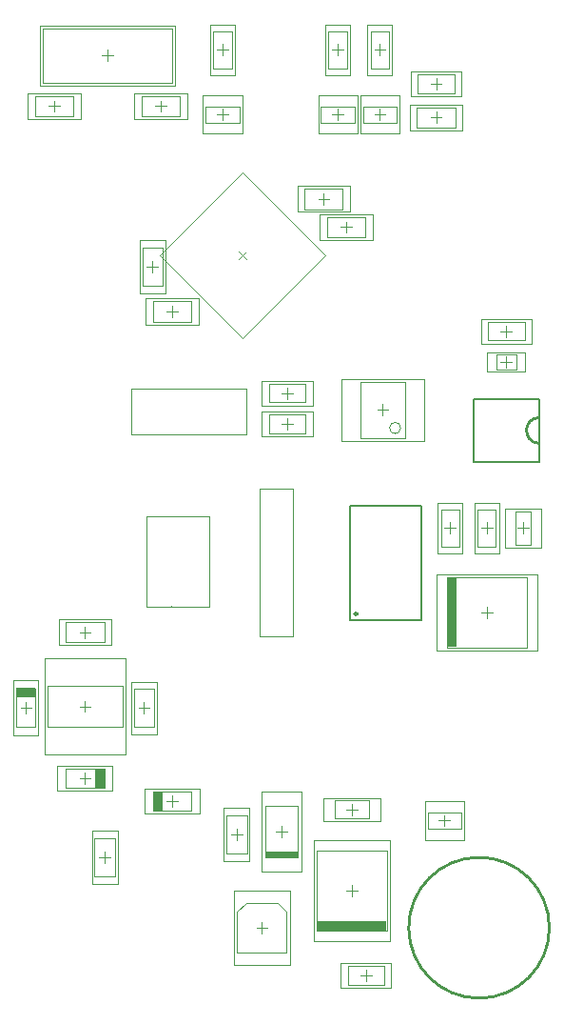
<source format=gm1>
G04*
G04 #@! TF.GenerationSoftware,Altium Limited,Altium Designer,21.3.2 (30)*
G04*
G04 Layer_Color=16711935*
%FSLAX25Y25*%
%MOIN*%
G70*
G04*
G04 #@! TF.SameCoordinates,3F51CCC3-8A4B-4D73-A1D2-239D5F55BC23*
G04*
G04*
G04 #@! TF.FilePolarity,Positive*
G04*
G01*
G75*
%ADD10C,0.01000*%
%ADD12C,0.00787*%
%ADD15C,0.00394*%
%ADD18R,0.03307X0.06692*%
%ADD19R,0.06692X0.03307*%
%ADD20R,0.03765X0.24488*%
%ADD21R,0.24488X0.03765*%
%ADD22R,0.11496X0.02436*%
%ADD23C,0.00197*%
D10*
X191282Y25589D02*
G03*
X191282Y25492I-24648J-97D01*
G01*
X123937Y135307D02*
G03*
X123937Y135307I-500J0D01*
G01*
X187593Y204036D02*
G03*
X187458Y195049I166J-4497D01*
G01*
D12*
X121437Y173307D02*
X146437D01*
Y133307D02*
Y173307D01*
X121437Y133307D02*
X146437D01*
X121437D02*
Y173307D01*
Y133307D02*
Y173307D01*
X164760Y188567D02*
Y210567D01*
Y188567D02*
X187760D01*
X164760Y210567D02*
X187760D01*
Y188567D02*
Y210567D01*
D15*
X44713Y198209D02*
X85213D01*
Y214209D01*
X44713D02*
X85213D01*
X44713Y198209D02*
Y214209D01*
X72008Y145630D02*
Y161484D01*
X50197Y169543D02*
X62008D01*
X50197Y137953D02*
Y169543D01*
X72008Y161484D02*
Y169543D01*
X58697D02*
X72102D01*
X58858Y137953D02*
Y138043D01*
X50197Y137953D02*
X72102D01*
X72008D02*
Y145630D01*
X89567Y127638D02*
Y179213D01*
X101378D01*
Y127638D02*
Y179213D01*
X89567Y127638D02*
X101378D01*
X82270Y262219D02*
X85053Y259435D01*
X82270Y259435D02*
X85053Y262219D01*
X54570Y260827D02*
X83661Y289918D01*
Y231735D02*
X112753Y260827D01*
X54570D02*
X83661Y231735D01*
Y289918D02*
X112753Y260827D01*
X139173Y200394D02*
G03*
X139173Y200394I-1969J0D01*
G01*
X105512Y284055D02*
X118898D01*
X105512Y276969D02*
X118898D01*
X105512D02*
Y284055D01*
X118898Y276969D02*
Y284055D01*
X59153Y321161D02*
Y340256D01*
X13681Y321161D02*
Y340256D01*
Y321161D02*
X59153D01*
X13681Y340256D02*
X59153D01*
X55709Y250197D02*
Y263583D01*
X48622Y250197D02*
Y263583D01*
X55709D01*
X48622Y250197D02*
X55709D01*
X96063Y34252D02*
X99213Y31102D01*
X81890Y16929D02*
X99213Y16732D01*
X81890Y31102D02*
X85039Y34252D01*
X96063D01*
X99213Y16732D02*
Y31102D01*
X81890Y16929D02*
Y31102D01*
X78150Y64764D02*
X85236D01*
X78150Y51378D02*
X85236D01*
Y64764D01*
X78150Y51378D02*
Y64764D01*
X52362Y66536D02*
X65807D01*
X52362Y73228D02*
X65807D01*
Y66536D02*
Y73228D01*
X52362Y66536D02*
Y73228D01*
X31890Y43504D02*
X38976D01*
X31890Y56890D02*
X38976D01*
X31890Y43504D02*
Y56890D01*
X38976Y43504D02*
Y56890D01*
X21791Y81102D02*
X35236D01*
X21791Y74410D02*
X35236D01*
X21791D02*
Y81102D01*
X35236Y74410D02*
Y81102D01*
X45669Y109055D02*
X52756D01*
X45669Y95669D02*
X52756D01*
Y109055D01*
X45669Y95669D02*
Y109055D01*
X4528Y95847D02*
Y109291D01*
X11220Y95847D02*
Y109291D01*
X4528Y95847D02*
X11220D01*
X4528Y109291D02*
X11220D01*
X35236Y125394D02*
Y132480D01*
X21850Y125394D02*
Y132480D01*
Y125394D02*
X35236D01*
X21850Y132480D02*
X35236D01*
X52362Y237598D02*
Y244685D01*
X65748Y237598D02*
Y244685D01*
X52362D02*
X65748D01*
X52362Y237598D02*
X65748D01*
X113386Y274213D02*
X126772D01*
X113386Y267126D02*
X126772D01*
X113386D02*
Y274213D01*
X126772Y267126D02*
Y274213D01*
X158268Y305512D02*
Y312598D01*
X144882Y305512D02*
Y312598D01*
Y305512D02*
X158268D01*
X144882Y312598D02*
X158268D01*
X48425Y316535D02*
X61811D01*
X48425Y309449D02*
X61811D01*
X48425D02*
Y316535D01*
X61811Y309449D02*
Y316535D01*
X11024Y309449D02*
Y316535D01*
X24409Y309449D02*
Y316535D01*
X11024D02*
X24409D01*
X11024Y309449D02*
X24409D01*
X183287Y123583D02*
Y148071D01*
X155295Y123583D02*
Y148071D01*
Y123583D02*
X183287D01*
X155295Y148071D02*
X183287D01*
X109803Y24390D02*
Y52382D01*
X134291Y24390D02*
Y52382D01*
X109803Y24390D02*
X134291D01*
X109803Y52382D02*
X134291D01*
X91693Y68110D02*
X103189D01*
X91693Y50000D02*
X103189D01*
Y68110D01*
X91693Y50000D02*
Y68110D01*
X172638Y220768D02*
Y226083D01*
X179724Y220768D02*
Y226083D01*
X172638D02*
X179724D01*
X172638Y220768D02*
X179724D01*
X115945Y63878D02*
Y69980D01*
X128150Y63878D02*
Y69980D01*
X115945D02*
X128150D01*
X115945Y63878D02*
X128150D01*
X125000Y216535D02*
X140748D01*
X125000Y196850D02*
X140748D01*
X125000D02*
Y216535D01*
X140748Y196850D02*
Y216535D01*
X179331Y159449D02*
X184843D01*
X179331Y171260D02*
X184843D01*
Y159449D02*
Y171260D01*
X179331Y159449D02*
Y171260D01*
X15354Y95669D02*
X41732D01*
X15354Y110236D02*
X41732D01*
X15354Y95669D02*
Y110236D01*
X41732Y95669D02*
Y110236D01*
X148622Y60236D02*
Y65748D01*
Y60236D02*
X160433D01*
X148622Y65748D02*
X160433D01*
Y60236D02*
Y65748D01*
X82677Y307283D02*
Y312795D01*
X70866D02*
X82677D01*
X70866Y307283D02*
X82677D01*
X70866D02*
Y312795D01*
X123031Y307283D02*
Y312795D01*
X111221D02*
X123031D01*
X111221Y307283D02*
X123031D01*
X111221D02*
Y312795D01*
X137795Y307283D02*
Y312795D01*
X125984D02*
X137795D01*
X125984Y307283D02*
X137795D01*
X125984D02*
Y312795D01*
X153248Y158957D02*
Y171752D01*
X159744Y158957D02*
Y171752D01*
X153248Y158957D02*
X159744D01*
X153248Y171752D02*
X159744D01*
X169783Y237500D02*
X182579D01*
X169783Y231004D02*
X182579D01*
X169783D02*
Y237500D01*
X182579Y231004D02*
Y237500D01*
X172539Y158957D02*
Y171752D01*
X166043Y158957D02*
Y171752D01*
X172539D01*
X166043Y158957D02*
X172539D01*
X120571Y12106D02*
X133366D01*
X120571Y5610D02*
X133366D01*
X120571D02*
Y12106D01*
X133366Y5610D02*
Y12106D01*
X145177Y324114D02*
X157972D01*
X145177Y317618D02*
X157972D01*
X145177D02*
Y324114D01*
X157972Y317618D02*
Y324114D01*
X80020Y326279D02*
Y339075D01*
X73524Y326279D02*
Y339075D01*
X80020D01*
X73524Y326279D02*
X80020D01*
X120374D02*
Y339075D01*
X113878Y326279D02*
Y339075D01*
X120374D01*
X113878Y326279D02*
X120374D01*
X135138D02*
Y339075D01*
X128642Y326279D02*
Y339075D01*
X135138D01*
X128642Y326279D02*
X135138D01*
X93012Y209350D02*
X105807D01*
X93012Y215846D02*
X105807D01*
Y209350D02*
Y215846D01*
X93012Y209350D02*
Y215846D01*
Y198524D02*
X105807D01*
X93012Y205020D02*
X105807D01*
Y198524D02*
Y205020D01*
X93012Y198524D02*
Y205020D01*
X112205Y278543D02*
Y282480D01*
X110236Y280512D02*
X114173D01*
X34449Y330709D02*
X38386D01*
X36417Y328740D02*
Y332677D01*
X50197Y256890D02*
X54134D01*
X52165Y254921D02*
Y258858D01*
X90551Y23622D02*
Y27559D01*
X88583Y25591D02*
X92520D01*
X81693Y56102D02*
Y60039D01*
X79724Y58071D02*
X83661D01*
X59055Y67913D02*
Y71850D01*
X57087Y69882D02*
X61024D01*
X35433Y48228D02*
Y52165D01*
X33465Y50197D02*
X37402D01*
X28543Y75787D02*
Y79724D01*
X26575Y77756D02*
X30512D01*
X49213Y100394D02*
Y104331D01*
X47244Y102362D02*
X51181D01*
X5906Y102598D02*
X9843D01*
X7874Y100630D02*
Y104567D01*
X26575Y128937D02*
X30512D01*
X28543Y126969D02*
Y130905D01*
X57087Y241142D02*
X61024D01*
X59055Y239173D02*
Y243110D01*
X120079Y268701D02*
Y272638D01*
X118110Y270669D02*
X122047D01*
X149606Y309055D02*
X153543D01*
X151575Y307087D02*
Y311024D01*
X55118D02*
Y314961D01*
X53150Y312992D02*
X57087D01*
X15748D02*
X19685D01*
X17717Y311024D02*
Y314961D01*
X167323Y135827D02*
X171260D01*
X169291Y133858D02*
Y137795D01*
X120079Y38386D02*
X124016D01*
X122047Y36417D02*
Y40354D01*
X97441Y57087D02*
Y61024D01*
X95472Y59055D02*
X99409D01*
X174213Y223425D02*
X178150D01*
X176181Y221457D02*
Y225394D01*
X120079Y66929D02*
X124016D01*
X122047Y64961D02*
Y68898D01*
X132874Y204724D02*
Y208661D01*
X130905Y206693D02*
X134843D01*
X182087Y163386D02*
Y167323D01*
X180118Y165354D02*
X184055D01*
X28543Y100984D02*
Y104921D01*
X26575Y102953D02*
X30512D01*
X154528Y61024D02*
Y64961D01*
X152559Y62992D02*
X156496D01*
X76772Y308071D02*
Y312008D01*
X74803Y310039D02*
X78740D01*
X117126Y308071D02*
Y312008D01*
X115157Y310039D02*
X119095D01*
X131890Y308071D02*
Y312008D01*
X129921Y310039D02*
X133858D01*
X154528Y165354D02*
X158465D01*
X156496Y163386D02*
Y167323D01*
X176181Y232283D02*
Y236221D01*
X174213Y234252D02*
X178150D01*
X167323Y165354D02*
X171260D01*
X169291Y163386D02*
Y167323D01*
X126969Y6890D02*
Y10827D01*
X125000Y8858D02*
X128937D01*
X151575Y318898D02*
Y322835D01*
X149606Y320866D02*
X153543D01*
X74803Y332677D02*
X78740D01*
X76772Y330709D02*
Y334646D01*
X115157Y332677D02*
X119095D01*
X117126Y330709D02*
Y334646D01*
X129921Y332677D02*
X133858D01*
X131890Y330709D02*
Y334646D01*
X99410Y210630D02*
Y214567D01*
X97441Y212598D02*
X101378D01*
X99410Y199803D02*
Y203740D01*
X97441Y201772D02*
X101378D01*
D18*
X53959Y69881D02*
D03*
X33640Y77755D02*
D03*
D19*
X7873Y107696D02*
D03*
D20*
X157178Y135827D02*
D03*
D21*
X122047Y26272D02*
D03*
D22*
X97443Y51219D02*
D03*
D23*
X102953Y285039D02*
X121457D01*
X102953Y275984D02*
X121457D01*
X102953D02*
Y285039D01*
X121457Y275984D02*
Y285039D01*
X60138Y320177D02*
Y341240D01*
X12697Y320177D02*
Y341240D01*
Y320177D02*
X60138D01*
X12697Y341240D02*
X60138D01*
X56693Y247638D02*
Y266142D01*
X47638Y247638D02*
Y266142D01*
X56693D01*
X47638Y247638D02*
X56693D01*
X80709Y38583D02*
X100394D01*
X80709Y12598D02*
X100394D01*
Y38583D01*
X80709Y12598D02*
Y38583D01*
X77165Y67323D02*
X86221D01*
X77165Y48819D02*
X86221D01*
Y67323D01*
X77165Y48819D02*
Y67323D01*
X49370Y65551D02*
Y74213D01*
Y65551D02*
X68740D01*
X49370Y74213D02*
X68740D01*
Y65551D02*
Y74213D01*
X30906Y40945D02*
X39961D01*
X30906Y59449D02*
X39961D01*
X30906Y40945D02*
Y59449D01*
X39961Y40945D02*
Y59449D01*
X38228Y73425D02*
Y82087D01*
X18858D02*
X38228D01*
X18858Y73425D02*
X38228D01*
X18858D02*
Y82087D01*
X44685Y111614D02*
X53740D01*
X44685Y93110D02*
X53740D01*
Y111614D01*
X44685Y93110D02*
Y111614D01*
X3543Y112284D02*
X12205D01*
X3543Y92913D02*
Y112284D01*
X12205Y92913D02*
Y112284D01*
X3543Y92913D02*
X12205D01*
X37795Y124409D02*
Y133465D01*
X19291Y124409D02*
Y133465D01*
Y124409D02*
X37795D01*
X19291Y133465D02*
X37795D01*
X49803Y236614D02*
Y245669D01*
X68307Y236614D02*
Y245669D01*
X49803D02*
X68307D01*
X49803Y236614D02*
X68307D01*
X110827Y275197D02*
X129331D01*
X110827Y266142D02*
X129331D01*
X110827D02*
Y275197D01*
X129331Y266142D02*
Y275197D01*
X160827Y304528D02*
Y313583D01*
X142323Y304528D02*
Y313583D01*
Y304528D02*
X160827D01*
X142323Y313583D02*
X160827D01*
X45866Y317520D02*
X64370D01*
X45866Y308465D02*
X64370D01*
X45866D02*
Y317520D01*
X64370Y308465D02*
Y317520D01*
X8465Y308465D02*
Y317520D01*
X26969Y308465D02*
Y317520D01*
X8465D02*
X26969D01*
X8465Y308465D02*
X26969D01*
X187008Y122441D02*
Y149213D01*
X151575Y122441D02*
Y149213D01*
Y122441D02*
X187008D01*
X151575Y149213D02*
X187008D01*
X108661Y20669D02*
Y56102D01*
X135433Y20669D02*
Y56102D01*
X108661Y20669D02*
X135433D01*
X108661Y56102D02*
X135433D01*
X90551Y73055D02*
X104331D01*
X90551Y45055D02*
X104331D01*
Y73055D01*
X90551Y45055D02*
Y73055D01*
X169488Y220079D02*
Y226772D01*
X182874Y220079D02*
Y226772D01*
X169488D02*
X182874D01*
X169488Y220079D02*
X182874D01*
X112008Y62894D02*
Y70965D01*
X132087Y62894D02*
Y70965D01*
X112008D02*
X132087D01*
X112008Y62894D02*
X132087D01*
X118307Y217520D02*
X147441D01*
X118307Y195866D02*
X147441D01*
X118307D02*
Y217520D01*
X147441Y195866D02*
Y217520D01*
X175787Y158465D02*
X188386D01*
X175787Y172244D02*
X188386D01*
Y158465D02*
Y172244D01*
X175787Y158465D02*
Y172244D01*
X14370Y86221D02*
X42717D01*
X14370Y119685D02*
X42717D01*
X14370Y86221D02*
Y119685D01*
X42717Y86221D02*
Y119685D01*
X147638Y69685D02*
X161417D01*
X147638Y56299D02*
X161417D01*
Y69685D01*
X147638Y56299D02*
Y69685D01*
X69882Y303346D02*
X83661D01*
X69882Y316732D02*
X83661D01*
X69882Y303346D02*
Y316732D01*
X83661Y303346D02*
Y316732D01*
X110236Y303346D02*
X124016D01*
X110236Y316732D02*
X124016D01*
X110236Y303346D02*
Y316732D01*
X124016Y303346D02*
Y316732D01*
X125000Y303346D02*
X138779D01*
X125000Y316732D02*
X138779D01*
X125000Y303346D02*
Y316732D01*
X138779Y303346D02*
Y316732D01*
X152165Y156496D02*
Y174213D01*
X160827Y156496D02*
Y174213D01*
X152165Y156496D02*
X160827D01*
X152165Y174213D02*
X160827D01*
X167323Y238583D02*
X185039D01*
X167323Y229921D02*
X185039D01*
X167323D02*
Y238583D01*
X185039Y229921D02*
Y238583D01*
X173622Y156496D02*
Y174213D01*
X164961Y156496D02*
Y174213D01*
X173622D01*
X164961Y156496D02*
X173622D01*
X118110Y13189D02*
X135827D01*
X118110Y4528D02*
X135827D01*
X118110D02*
Y13189D01*
X135827Y4528D02*
Y13189D01*
X142717Y325197D02*
X160433D01*
X142717Y316535D02*
X160433D01*
X142717D02*
Y325197D01*
X160433Y316535D02*
Y325197D01*
X81102Y323819D02*
Y341535D01*
X72441Y323819D02*
Y341535D01*
X81102D01*
X72441Y323819D02*
X81102D01*
X121457D02*
Y341535D01*
X112795Y323819D02*
Y341535D01*
X121457D01*
X112795Y323819D02*
X121457D01*
X136221D02*
Y341535D01*
X127559Y323819D02*
Y341535D01*
X136221D01*
X127559Y323819D02*
X136221D01*
X90551Y208268D02*
X108268D01*
X90551Y216929D02*
X108268D01*
Y208268D02*
Y216929D01*
X90551Y208268D02*
Y216929D01*
Y197441D02*
X108268D01*
X90551Y206102D02*
X108268D01*
Y197441D02*
Y206102D01*
X90551Y197441D02*
Y206102D01*
M02*

</source>
